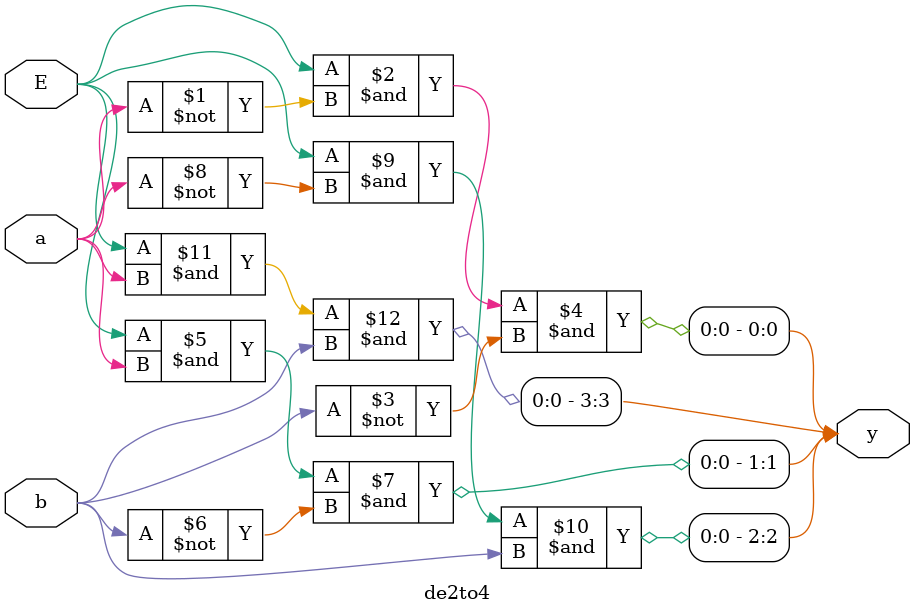
<source format=v>
`timescale 1ns / 1ps
module de2to4(
input a,b,E,
output [3:0] y
);
assign y[0]= (E&~a&~b);
assign y[1]= (E&a&~b);
assign y[2]= (E&~a&b);
assign y[3]= (E&a&b);
endmodule

</source>
